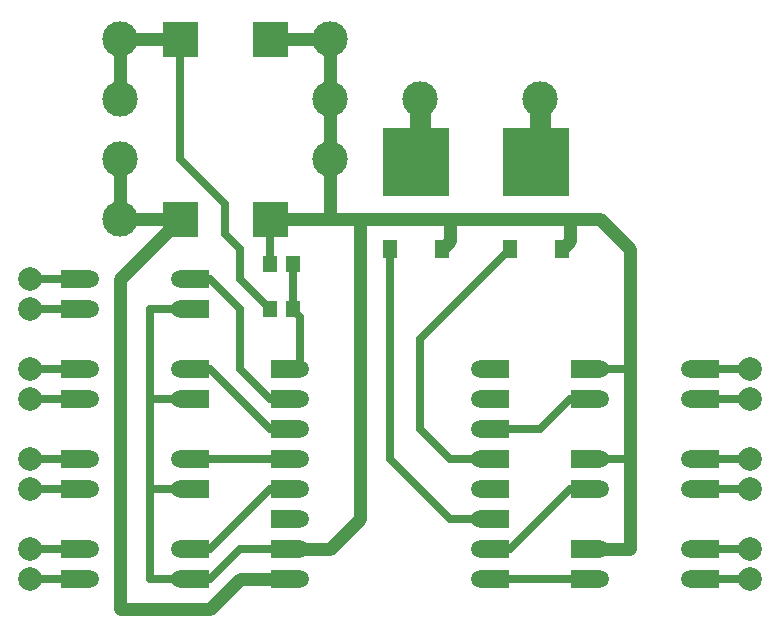
<source format=gbr>
%FSLAX34Y34*%
%MOMM*%
%LNCOPPER_TOP*%
G71*
G01*
%ADD10C, 1.500*%
%ADD11R, 2.400X1.500*%
%ADD12C, 0.700*%
%ADD13R, 1.200X1.600*%
%ADD14R, 5.600X5.800*%
%ADD15C, 1.100*%
%ADD16R, 1.300X1.400*%
%ADD17C, 2.000*%
%ADD18C, 3.000*%
%ADD19C, 1.800*%
%LPD*%
X241300Y215900D02*
G54D10*
D03*
X241300Y190500D02*
G54D10*
D03*
X241300Y165100D02*
G54D10*
D03*
X241300Y139700D02*
G54D10*
D03*
X241300Y114300D02*
G54D10*
D03*
X241300Y88900D02*
G54D10*
D03*
X241300Y63500D02*
G54D10*
D03*
X241300Y38100D02*
G54D10*
D03*
X393700Y215900D02*
G54D10*
D03*
X393700Y190500D02*
G54D10*
D03*
X393700Y165100D02*
G54D10*
D03*
X393700Y139700D02*
G54D10*
D03*
X393700Y114300D02*
G54D10*
D03*
X393700Y88900D02*
G54D10*
D03*
X393700Y63500D02*
G54D10*
D03*
X393700Y38100D02*
G54D10*
D03*
X228600Y215900D02*
G54D11*
D03*
X228600Y190500D02*
G54D11*
D03*
X228600Y165100D02*
G54D11*
D03*
X228600Y139700D02*
G54D11*
D03*
X228600Y114300D02*
G54D11*
D03*
X228600Y88900D02*
G54D11*
D03*
X228600Y63500D02*
G54D11*
D03*
X228600Y38100D02*
G54D11*
D03*
X406400Y38100D02*
G54D11*
D03*
X406400Y63500D02*
G54D11*
D03*
X406400Y88900D02*
G54D11*
D03*
X406400Y114300D02*
G54D11*
D03*
X406400Y139700D02*
G54D11*
D03*
X406400Y165100D02*
G54D11*
D03*
X406400Y190500D02*
G54D11*
D03*
X406400Y215900D02*
G54D11*
D03*
X50800Y292100D02*
G54D11*
D03*
X50800Y266700D02*
G54D11*
D03*
X63500Y292100D02*
G54D10*
D03*
X63500Y266700D02*
G54D10*
D03*
X139700Y292100D02*
G54D10*
D03*
X139700Y266700D02*
G54D10*
D03*
X152400Y292100D02*
G54D11*
D03*
X152400Y266700D02*
G54D11*
D03*
X50800Y215900D02*
G54D11*
D03*
X50800Y190500D02*
G54D11*
D03*
X63500Y215900D02*
G54D10*
D03*
X63500Y190500D02*
G54D10*
D03*
X139700Y215900D02*
G54D10*
D03*
X139700Y190500D02*
G54D10*
D03*
X152400Y215900D02*
G54D11*
D03*
X152400Y190500D02*
G54D11*
D03*
X50800Y139700D02*
G54D11*
D03*
X50800Y114300D02*
G54D11*
D03*
X63500Y139700D02*
G54D10*
D03*
X63500Y114300D02*
G54D10*
D03*
X139700Y139700D02*
G54D10*
D03*
X139700Y114300D02*
G54D10*
D03*
X152400Y139700D02*
G54D11*
D03*
X152400Y114300D02*
G54D11*
D03*
X50800Y63500D02*
G54D11*
D03*
X50800Y38100D02*
G54D11*
D03*
X63500Y63500D02*
G54D10*
D03*
X63500Y38100D02*
G54D10*
D03*
X139700Y63500D02*
G54D10*
D03*
X139700Y38100D02*
G54D10*
D03*
X152400Y63500D02*
G54D11*
D03*
X152400Y38100D02*
G54D11*
D03*
G54D12*
X139700Y292100D02*
X165100Y292100D01*
X190500Y266700D01*
X190500Y215900D01*
X215900Y190500D01*
X241300Y190500D01*
G54D12*
X139700Y215900D02*
X165100Y215900D01*
X215900Y165100D01*
X241300Y165100D01*
G54D12*
X139700Y139700D02*
X241300Y139700D01*
G54D12*
X139700Y63500D02*
X165100Y63500D01*
X215900Y114300D01*
X241300Y114300D01*
G54D12*
X139700Y266700D02*
X114300Y266700D01*
X114300Y38100D01*
X139700Y38100D01*
X165100Y38100D01*
X190500Y63500D01*
X241300Y63500D01*
G54D12*
X139700Y190500D02*
X114300Y190500D01*
G54D12*
X139700Y114300D02*
X114300Y114300D01*
X584200Y38100D02*
G54D11*
D03*
X584200Y63500D02*
G54D11*
D03*
X571500Y38100D02*
G54D10*
D03*
X571500Y63500D02*
G54D10*
D03*
X495300Y38100D02*
G54D10*
D03*
X495300Y63500D02*
G54D10*
D03*
X482600Y38100D02*
G54D11*
D03*
X482600Y63500D02*
G54D11*
D03*
X584200Y114300D02*
G54D11*
D03*
X584200Y139700D02*
G54D11*
D03*
X571500Y114300D02*
G54D10*
D03*
X571500Y139700D02*
G54D10*
D03*
X495300Y114300D02*
G54D10*
D03*
X495300Y139700D02*
G54D10*
D03*
X482600Y114300D02*
G54D11*
D03*
X482600Y139700D02*
G54D11*
D03*
G54D12*
X495300Y38100D02*
X393700Y38100D01*
G54D12*
X495300Y114300D02*
X469900Y114300D01*
X419100Y63500D01*
X393700Y63500D01*
X317500Y317500D02*
G54D13*
D03*
X361500Y317500D02*
G54D13*
D03*
X339500Y391500D02*
G54D14*
D03*
X419100Y317500D02*
G54D13*
D03*
X463100Y317500D02*
G54D13*
D03*
X441100Y391500D02*
G54D14*
D03*
G54D15*
X241300Y38100D02*
X190500Y38100D01*
X165100Y12700D01*
X88900Y12700D01*
X88900Y292100D01*
X139700Y342900D01*
G54D15*
X241300Y63500D02*
X266700Y63500D01*
X292100Y88900D01*
X292100Y342900D01*
X495300Y342900D01*
X520700Y317500D01*
X520700Y63500D01*
X495300Y63500D01*
G54D12*
X520700Y139700D02*
X495300Y139700D01*
G54D12*
X419100Y317500D02*
X342900Y241300D01*
X342900Y165100D01*
X368300Y139700D01*
X393700Y139700D01*
G54D12*
X317500Y317500D02*
X317500Y139700D01*
X368300Y88900D01*
X393700Y88900D01*
G54D15*
X368300Y342900D02*
X368300Y324300D01*
X361500Y317500D01*
G54D15*
X469900Y342900D02*
X469900Y324300D01*
X463100Y317500D01*
G36*
X230900Y510300D02*
X230900Y480300D01*
X200900Y480300D01*
X200900Y510300D01*
X230900Y510300D01*
G37*
G36*
X154700Y510300D02*
X154700Y480300D01*
X124700Y480300D01*
X124700Y510300D01*
X154700Y510300D01*
G37*
G36*
X154700Y357900D02*
X154700Y327900D01*
X124700Y327900D01*
X124700Y357900D01*
X154700Y357900D01*
G37*
G36*
X230900Y357900D02*
X230900Y327900D01*
X200900Y327900D01*
X200900Y357900D01*
X230900Y357900D01*
G37*
X215900Y304800D02*
G54D16*
D03*
X234900Y304800D02*
G54D16*
D03*
X215900Y266700D02*
G54D16*
D03*
X234900Y266700D02*
G54D16*
D03*
G54D15*
X292100Y342900D02*
X215900Y342900D01*
G54D12*
X241300Y215900D02*
X241300Y260300D01*
X234900Y266700D01*
X234900Y304800D01*
G54D12*
X215900Y304800D02*
X215900Y342900D01*
G54D12*
X215900Y266700D02*
X190500Y292100D01*
X190500Y317500D01*
X177800Y330200D01*
X177800Y355600D01*
X139700Y393700D01*
X139700Y495300D01*
X12700Y292100D02*
G54D17*
D03*
X12700Y266700D02*
G54D17*
D03*
X12700Y215900D02*
G54D17*
D03*
X12700Y190500D02*
G54D17*
D03*
X12700Y139700D02*
G54D17*
D03*
X12700Y114300D02*
G54D17*
D03*
X12700Y63500D02*
G54D17*
D03*
X12700Y38100D02*
G54D17*
D03*
X622300Y139700D02*
G54D17*
D03*
X622300Y114300D02*
G54D17*
D03*
X622300Y63500D02*
G54D17*
D03*
X622300Y38100D02*
G54D17*
D03*
X88900Y495300D02*
G54D18*
D03*
X266700Y495300D02*
G54D18*
D03*
X88900Y444500D02*
G54D18*
D03*
X266700Y444500D02*
G54D18*
D03*
X88900Y393700D02*
G54D18*
D03*
X266700Y393700D02*
G54D18*
D03*
X342900Y444500D02*
G54D18*
D03*
X444500Y444500D02*
G54D18*
D03*
X88900Y342900D02*
G54D18*
D03*
G54D15*
X88900Y444500D02*
X88900Y495300D01*
X139700Y495300D01*
G54D15*
X88900Y393700D02*
X88900Y342900D01*
X139700Y342900D01*
G54D15*
X215900Y495300D02*
X266700Y495300D01*
X266700Y393700D01*
X266700Y342900D01*
G54D19*
X342900Y444500D02*
X342900Y394900D01*
X339500Y391500D01*
G54D19*
X444500Y444500D02*
X444500Y394900D01*
X441100Y391500D01*
X584200Y190500D02*
G54D11*
D03*
X584200Y215900D02*
G54D11*
D03*
X571500Y190500D02*
G54D10*
D03*
X571500Y215900D02*
G54D10*
D03*
X495300Y190500D02*
G54D10*
D03*
X495300Y215900D02*
G54D10*
D03*
X482600Y190500D02*
G54D11*
D03*
X482600Y215900D02*
G54D11*
D03*
G54D12*
X495300Y215900D02*
X520700Y215900D01*
G54D12*
X495300Y190500D02*
X469900Y190500D01*
X444500Y165100D01*
X393700Y165100D01*
X622300Y215900D02*
G54D17*
D03*
X622300Y190500D02*
G54D17*
D03*
G54D12*
X63500Y292100D02*
X12700Y292100D01*
G54D12*
X63500Y266700D02*
X12700Y266700D01*
G54D12*
X63500Y215900D02*
X12700Y215900D01*
G54D12*
X63500Y190500D02*
X12700Y190500D01*
G54D12*
X63500Y139700D02*
X12700Y139700D01*
G54D12*
X63500Y114300D02*
X12700Y114300D01*
G54D12*
X63500Y63500D02*
X12700Y63500D01*
G54D12*
X63500Y38100D02*
X12700Y38100D01*
G54D12*
X571500Y215900D02*
X622300Y215900D01*
G54D12*
X571500Y190500D02*
X622300Y190500D01*
G54D12*
X571500Y139700D02*
X622300Y139700D01*
G54D12*
X571500Y114300D02*
X622300Y114300D01*
G54D12*
X571500Y63500D02*
X622300Y63500D01*
G54D12*
X571500Y38100D02*
X622300Y38100D01*
M02*

</source>
